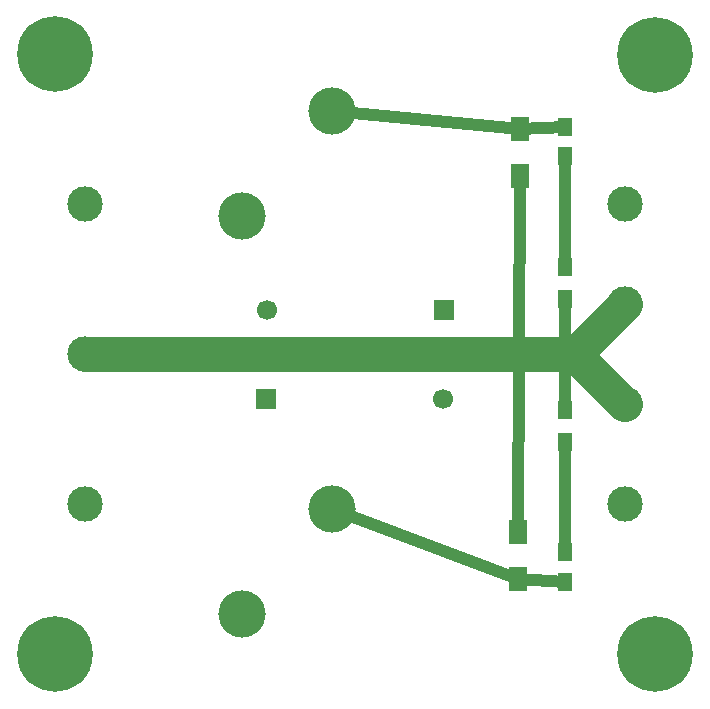
<source format=gbr>
G04 #@! TF.GenerationSoftware,KiCad,Pcbnew,(5.0.0)*
G04 #@! TF.CreationDate,2018-08-28T13:44:09+03:00*
G04 #@! TF.ProjectId,LCF05,4C434630352E6B696361645F70636200,rev?*
G04 #@! TF.SameCoordinates,Original*
G04 #@! TF.FileFunction,Copper,L1,Top,Signal*
G04 #@! TF.FilePolarity,Positive*
%FSLAX46Y46*%
G04 Gerber Fmt 4.6, Leading zero omitted, Abs format (unit mm)*
G04 Created by KiCad (PCBNEW (5.0.0)) date 08/28/18 13:44:09*
%MOMM*%
%LPD*%
G01*
G04 APERTURE LIST*
G04 #@! TA.AperFunction,ComponentPad*
%ADD10C,6.400000*%
G04 #@! TD*
G04 #@! TA.AperFunction,ComponentPad*
%ADD11C,3.000000*%
G04 #@! TD*
G04 #@! TA.AperFunction,ComponentPad*
%ADD12C,4.000000*%
G04 #@! TD*
G04 #@! TA.AperFunction,ComponentPad*
%ADD13R,1.700000X1.700000*%
G04 #@! TD*
G04 #@! TA.AperFunction,ComponentPad*
%ADD14C,1.700000*%
G04 #@! TD*
G04 #@! TA.AperFunction,SMDPad,CuDef*
%ADD15R,1.300000X1.500000*%
G04 #@! TD*
G04 #@! TA.AperFunction,SMDPad,CuDef*
%ADD16R,1.600000X2.000000*%
G04 #@! TD*
G04 #@! TA.AperFunction,SMDPad,CuDef*
%ADD17R,1.250000X1.500000*%
G04 #@! TD*
G04 #@! TA.AperFunction,Conductor*
%ADD18C,1.000000*%
G04 #@! TD*
G04 #@! TA.AperFunction,Conductor*
%ADD19C,3.000000*%
G04 #@! TD*
G04 APERTURE END LIST*
D10*
G04 #@! TO.P,REF\002A\002A,*
G04 #@! TO.N,*
X172720000Y-91440000D03*
G04 #@! TD*
G04 #@! TO.P,REF\002A\002A,*
G04 #@! TO.N,*
X121920000Y-91440000D03*
G04 #@! TD*
G04 #@! TO.P,REF\002A\002A,*
G04 #@! TO.N,*
X121920000Y-40640000D03*
G04 #@! TD*
D11*
G04 #@! TO.P,P7,1*
G04 #@! TO.N,Net-(C2-Pad2)*
X170180000Y-78740000D03*
G04 #@! TD*
G04 #@! TO.P,P4,1*
G04 #@! TO.N,Net-(C1-Pad1)*
X170180000Y-53340000D03*
G04 #@! TD*
G04 #@! TO.P,P5,1*
G04 #@! TO.N,GND*
X170180000Y-61806666D03*
G04 #@! TD*
G04 #@! TO.P,P6,1*
G04 #@! TO.N,GND*
X170180000Y-70273332D03*
G04 #@! TD*
D12*
G04 #@! TO.P,L2,2*
G04 #@! TO.N,Net-(L2-Pad2)*
X137795000Y-88011000D03*
G04 #@! TO.P,L2,1*
G04 #@! TO.N,Net-(C2-Pad2)*
X145415000Y-79121000D03*
G04 #@! TD*
G04 #@! TO.P,L1,2*
G04 #@! TO.N,Net-(L1-Pad2)*
X137795000Y-54356000D03*
G04 #@! TO.P,L1,1*
G04 #@! TO.N,Net-(C1-Pad1)*
X145415000Y-45466000D03*
G04 #@! TD*
D13*
G04 #@! TO.P,C1,1*
G04 #@! TO.N,Net-(C1-Pad1)*
X154876500Y-62293500D03*
D14*
G04 #@! TO.P,C1,2*
G04 #@! TO.N,GND*
X139876500Y-62293500D03*
G04 #@! TD*
D13*
G04 #@! TO.P,C2,1*
G04 #@! TO.N,GND*
X139827000Y-69850000D03*
D14*
G04 #@! TO.P,C2,2*
G04 #@! TO.N,Net-(C2-Pad2)*
X154827000Y-69850000D03*
G04 #@! TD*
D15*
G04 #@! TO.P,R1,1*
G04 #@! TO.N,Net-(C5-Pad2)*
X165100000Y-58640000D03*
G04 #@! TO.P,R1,2*
G04 #@! TO.N,GND*
X165100000Y-61340000D03*
G04 #@! TD*
G04 #@! TO.P,R2,1*
G04 #@! TO.N,GND*
X165100000Y-70724000D03*
G04 #@! TO.P,R2,2*
G04 #@! TO.N,Net-(C6-Pad1)*
X165100000Y-73424000D03*
G04 #@! TD*
D16*
G04 #@! TO.P,C3,1*
G04 #@! TO.N,Net-(C1-Pad1)*
X161353500Y-46958500D03*
G04 #@! TO.P,C3,2*
G04 #@! TO.N,GND*
X161353500Y-50958500D03*
G04 #@! TD*
G04 #@! TO.P,C4,2*
G04 #@! TO.N,Net-(C2-Pad2)*
X161163000Y-85058000D03*
G04 #@! TO.P,C4,1*
G04 #@! TO.N,GND*
X161163000Y-81058000D03*
G04 #@! TD*
D17*
G04 #@! TO.P,C5,1*
G04 #@! TO.N,Net-(C1-Pad1)*
X165100000Y-46756000D03*
G04 #@! TO.P,C5,2*
G04 #@! TO.N,Net-(C5-Pad2)*
X165100000Y-49256000D03*
G04 #@! TD*
G04 #@! TO.P,C6,2*
G04 #@! TO.N,Net-(C2-Pad2)*
X165100000Y-85308000D03*
G04 #@! TO.P,C6,1*
G04 #@! TO.N,Net-(C6-Pad1)*
X165100000Y-82808000D03*
G04 #@! TD*
D11*
G04 #@! TO.P,P1,1*
G04 #@! TO.N,Net-(L1-Pad2)*
X124460000Y-53340000D03*
G04 #@! TD*
G04 #@! TO.P,P2,1*
G04 #@! TO.N,GND*
X124460000Y-66040000D03*
G04 #@! TD*
G04 #@! TO.P,P3,1*
G04 #@! TO.N,Net-(L2-Pad2)*
X124460000Y-78740000D03*
G04 #@! TD*
D10*
G04 #@! TO.P,REF\002A\002A,*
G04 #@! TO.N,*
X172783500Y-40703500D03*
G04 #@! TD*
D18*
G04 #@! TO.N,Net-(C1-Pad1)*
X161353500Y-46958500D02*
X165100000Y-46756000D01*
X161353500Y-46958500D02*
X145415000Y-45466000D01*
G04 #@! TO.N,GND*
X161163000Y-66040000D02*
X165100000Y-66040000D01*
X161163000Y-66040000D02*
X161163000Y-66040000D01*
X165100000Y-66040000D02*
X165100000Y-66040000D01*
D19*
X124460000Y-66040000D02*
X165925500Y-66040000D01*
X165925500Y-66040000D02*
X165946666Y-66040000D01*
X165946666Y-66040000D02*
X170180000Y-61806666D01*
X170180000Y-70273332D02*
X170158832Y-70273332D01*
X170158832Y-70273332D02*
X165925500Y-66040000D01*
D18*
X161353500Y-50958500D02*
X161163000Y-81058000D01*
X165100000Y-61340000D02*
X165100000Y-70724000D01*
G04 #@! TO.N,Net-(C2-Pad2)*
X161163000Y-85058000D02*
X165100000Y-85308000D01*
X161163000Y-85058000D02*
X145415000Y-79121000D01*
G04 #@! TO.N,Net-(C5-Pad2)*
X165100000Y-49256000D02*
X165100000Y-58640000D01*
G04 #@! TO.N,Net-(C6-Pad1)*
X165100000Y-73424000D02*
X165100000Y-82808000D01*
G04 #@! TD*
M02*

</source>
